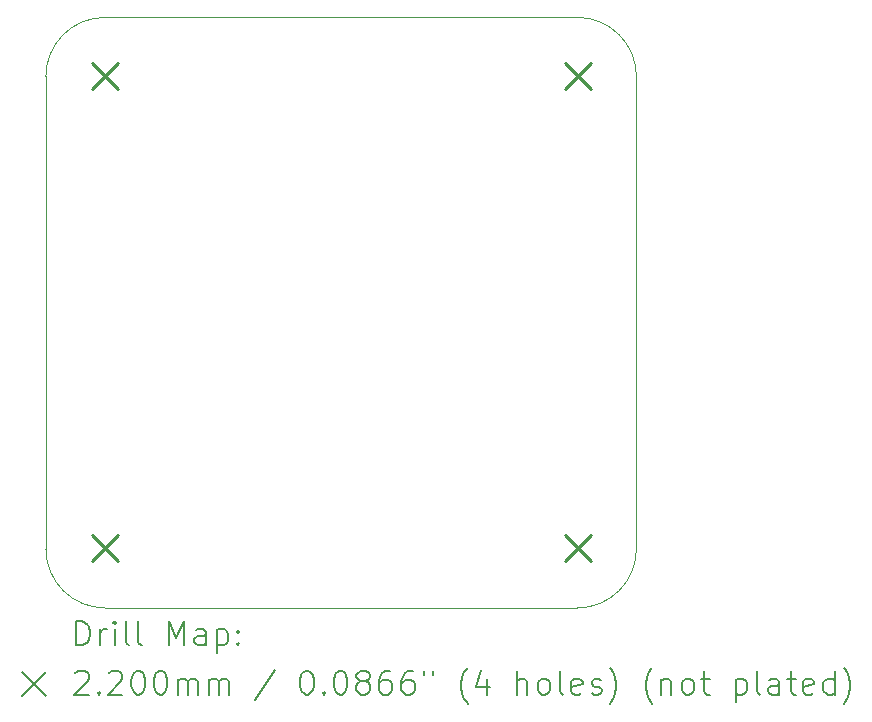
<source format=gbr>
%TF.GenerationSoftware,KiCad,Pcbnew,8.0.1*%
%TF.CreationDate,2025-02-17T15:23:19+05:00*%
%TF.ProjectId,Sensors,53656e73-6f72-4732-9e6b-696361645f70,rev?*%
%TF.SameCoordinates,Original*%
%TF.FileFunction,Drillmap*%
%TF.FilePolarity,Positive*%
%FSLAX45Y45*%
G04 Gerber Fmt 4.5, Leading zero omitted, Abs format (unit mm)*
G04 Created by KiCad (PCBNEW 8.0.1) date 2025-02-17 15:23:19*
%MOMM*%
%LPD*%
G01*
G04 APERTURE LIST*
%ADD10C,0.050000*%
%ADD11C,0.200000*%
%ADD12C,0.220000*%
G04 APERTURE END LIST*
D10*
X15310000Y-13222500D02*
G75*
G02*
X14810000Y-12722500I0J500000D01*
G01*
X19810000Y-8722500D02*
X19810000Y-12722500D01*
X14810000Y-8722500D02*
G75*
G02*
X15310000Y-8222500I500000J0D01*
G01*
X14810000Y-12722500D02*
X14810000Y-8722500D01*
X19810000Y-12722500D02*
G75*
G02*
X19310000Y-13222500I-500000J0D01*
G01*
X15310000Y-8222500D02*
X19310000Y-8222500D01*
X19310000Y-13222500D02*
X15310000Y-13222500D01*
X19310000Y-8222500D02*
G75*
G02*
X19810000Y-8722500I0J-500000D01*
G01*
D11*
D12*
X15200000Y-8612500D02*
X15420000Y-8832500D01*
X15420000Y-8612500D02*
X15200000Y-8832500D01*
X15202500Y-12605000D02*
X15422500Y-12825000D01*
X15422500Y-12605000D02*
X15202500Y-12825000D01*
X19202500Y-8605000D02*
X19422500Y-8825000D01*
X19422500Y-8605000D02*
X19202500Y-8825000D01*
X19202500Y-12605000D02*
X19422500Y-12825000D01*
X19422500Y-12605000D02*
X19202500Y-12825000D01*
D11*
X15068277Y-13536484D02*
X15068277Y-13336484D01*
X15068277Y-13336484D02*
X15115896Y-13336484D01*
X15115896Y-13336484D02*
X15144467Y-13346008D01*
X15144467Y-13346008D02*
X15163515Y-13365055D01*
X15163515Y-13365055D02*
X15173039Y-13384103D01*
X15173039Y-13384103D02*
X15182562Y-13422198D01*
X15182562Y-13422198D02*
X15182562Y-13450769D01*
X15182562Y-13450769D02*
X15173039Y-13488865D01*
X15173039Y-13488865D02*
X15163515Y-13507912D01*
X15163515Y-13507912D02*
X15144467Y-13526960D01*
X15144467Y-13526960D02*
X15115896Y-13536484D01*
X15115896Y-13536484D02*
X15068277Y-13536484D01*
X15268277Y-13536484D02*
X15268277Y-13403150D01*
X15268277Y-13441246D02*
X15277801Y-13422198D01*
X15277801Y-13422198D02*
X15287324Y-13412674D01*
X15287324Y-13412674D02*
X15306372Y-13403150D01*
X15306372Y-13403150D02*
X15325420Y-13403150D01*
X15392086Y-13536484D02*
X15392086Y-13403150D01*
X15392086Y-13336484D02*
X15382562Y-13346008D01*
X15382562Y-13346008D02*
X15392086Y-13355531D01*
X15392086Y-13355531D02*
X15401610Y-13346008D01*
X15401610Y-13346008D02*
X15392086Y-13336484D01*
X15392086Y-13336484D02*
X15392086Y-13355531D01*
X15515896Y-13536484D02*
X15496848Y-13526960D01*
X15496848Y-13526960D02*
X15487324Y-13507912D01*
X15487324Y-13507912D02*
X15487324Y-13336484D01*
X15620658Y-13536484D02*
X15601610Y-13526960D01*
X15601610Y-13526960D02*
X15592086Y-13507912D01*
X15592086Y-13507912D02*
X15592086Y-13336484D01*
X15849229Y-13536484D02*
X15849229Y-13336484D01*
X15849229Y-13336484D02*
X15915896Y-13479341D01*
X15915896Y-13479341D02*
X15982562Y-13336484D01*
X15982562Y-13336484D02*
X15982562Y-13536484D01*
X16163515Y-13536484D02*
X16163515Y-13431722D01*
X16163515Y-13431722D02*
X16153991Y-13412674D01*
X16153991Y-13412674D02*
X16134943Y-13403150D01*
X16134943Y-13403150D02*
X16096848Y-13403150D01*
X16096848Y-13403150D02*
X16077801Y-13412674D01*
X16163515Y-13526960D02*
X16144467Y-13536484D01*
X16144467Y-13536484D02*
X16096848Y-13536484D01*
X16096848Y-13536484D02*
X16077801Y-13526960D01*
X16077801Y-13526960D02*
X16068277Y-13507912D01*
X16068277Y-13507912D02*
X16068277Y-13488865D01*
X16068277Y-13488865D02*
X16077801Y-13469817D01*
X16077801Y-13469817D02*
X16096848Y-13460293D01*
X16096848Y-13460293D02*
X16144467Y-13460293D01*
X16144467Y-13460293D02*
X16163515Y-13450769D01*
X16258753Y-13403150D02*
X16258753Y-13603150D01*
X16258753Y-13412674D02*
X16277801Y-13403150D01*
X16277801Y-13403150D02*
X16315896Y-13403150D01*
X16315896Y-13403150D02*
X16334943Y-13412674D01*
X16334943Y-13412674D02*
X16344467Y-13422198D01*
X16344467Y-13422198D02*
X16353991Y-13441246D01*
X16353991Y-13441246D02*
X16353991Y-13498388D01*
X16353991Y-13498388D02*
X16344467Y-13517436D01*
X16344467Y-13517436D02*
X16334943Y-13526960D01*
X16334943Y-13526960D02*
X16315896Y-13536484D01*
X16315896Y-13536484D02*
X16277801Y-13536484D01*
X16277801Y-13536484D02*
X16258753Y-13526960D01*
X16439705Y-13517436D02*
X16449229Y-13526960D01*
X16449229Y-13526960D02*
X16439705Y-13536484D01*
X16439705Y-13536484D02*
X16430182Y-13526960D01*
X16430182Y-13526960D02*
X16439705Y-13517436D01*
X16439705Y-13517436D02*
X16439705Y-13536484D01*
X16439705Y-13412674D02*
X16449229Y-13422198D01*
X16449229Y-13422198D02*
X16439705Y-13431722D01*
X16439705Y-13431722D02*
X16430182Y-13422198D01*
X16430182Y-13422198D02*
X16439705Y-13412674D01*
X16439705Y-13412674D02*
X16439705Y-13431722D01*
X14607500Y-13765000D02*
X14807500Y-13965000D01*
X14807500Y-13765000D02*
X14607500Y-13965000D01*
X15058753Y-13775531D02*
X15068277Y-13766008D01*
X15068277Y-13766008D02*
X15087324Y-13756484D01*
X15087324Y-13756484D02*
X15134943Y-13756484D01*
X15134943Y-13756484D02*
X15153991Y-13766008D01*
X15153991Y-13766008D02*
X15163515Y-13775531D01*
X15163515Y-13775531D02*
X15173039Y-13794579D01*
X15173039Y-13794579D02*
X15173039Y-13813627D01*
X15173039Y-13813627D02*
X15163515Y-13842198D01*
X15163515Y-13842198D02*
X15049229Y-13956484D01*
X15049229Y-13956484D02*
X15173039Y-13956484D01*
X15258753Y-13937436D02*
X15268277Y-13946960D01*
X15268277Y-13946960D02*
X15258753Y-13956484D01*
X15258753Y-13956484D02*
X15249229Y-13946960D01*
X15249229Y-13946960D02*
X15258753Y-13937436D01*
X15258753Y-13937436D02*
X15258753Y-13956484D01*
X15344467Y-13775531D02*
X15353991Y-13766008D01*
X15353991Y-13766008D02*
X15373039Y-13756484D01*
X15373039Y-13756484D02*
X15420658Y-13756484D01*
X15420658Y-13756484D02*
X15439705Y-13766008D01*
X15439705Y-13766008D02*
X15449229Y-13775531D01*
X15449229Y-13775531D02*
X15458753Y-13794579D01*
X15458753Y-13794579D02*
X15458753Y-13813627D01*
X15458753Y-13813627D02*
X15449229Y-13842198D01*
X15449229Y-13842198D02*
X15334943Y-13956484D01*
X15334943Y-13956484D02*
X15458753Y-13956484D01*
X15582562Y-13756484D02*
X15601610Y-13756484D01*
X15601610Y-13756484D02*
X15620658Y-13766008D01*
X15620658Y-13766008D02*
X15630182Y-13775531D01*
X15630182Y-13775531D02*
X15639705Y-13794579D01*
X15639705Y-13794579D02*
X15649229Y-13832674D01*
X15649229Y-13832674D02*
X15649229Y-13880293D01*
X15649229Y-13880293D02*
X15639705Y-13918388D01*
X15639705Y-13918388D02*
X15630182Y-13937436D01*
X15630182Y-13937436D02*
X15620658Y-13946960D01*
X15620658Y-13946960D02*
X15601610Y-13956484D01*
X15601610Y-13956484D02*
X15582562Y-13956484D01*
X15582562Y-13956484D02*
X15563515Y-13946960D01*
X15563515Y-13946960D02*
X15553991Y-13937436D01*
X15553991Y-13937436D02*
X15544467Y-13918388D01*
X15544467Y-13918388D02*
X15534943Y-13880293D01*
X15534943Y-13880293D02*
X15534943Y-13832674D01*
X15534943Y-13832674D02*
X15544467Y-13794579D01*
X15544467Y-13794579D02*
X15553991Y-13775531D01*
X15553991Y-13775531D02*
X15563515Y-13766008D01*
X15563515Y-13766008D02*
X15582562Y-13756484D01*
X15773039Y-13756484D02*
X15792086Y-13756484D01*
X15792086Y-13756484D02*
X15811134Y-13766008D01*
X15811134Y-13766008D02*
X15820658Y-13775531D01*
X15820658Y-13775531D02*
X15830182Y-13794579D01*
X15830182Y-13794579D02*
X15839705Y-13832674D01*
X15839705Y-13832674D02*
X15839705Y-13880293D01*
X15839705Y-13880293D02*
X15830182Y-13918388D01*
X15830182Y-13918388D02*
X15820658Y-13937436D01*
X15820658Y-13937436D02*
X15811134Y-13946960D01*
X15811134Y-13946960D02*
X15792086Y-13956484D01*
X15792086Y-13956484D02*
X15773039Y-13956484D01*
X15773039Y-13956484D02*
X15753991Y-13946960D01*
X15753991Y-13946960D02*
X15744467Y-13937436D01*
X15744467Y-13937436D02*
X15734943Y-13918388D01*
X15734943Y-13918388D02*
X15725420Y-13880293D01*
X15725420Y-13880293D02*
X15725420Y-13832674D01*
X15725420Y-13832674D02*
X15734943Y-13794579D01*
X15734943Y-13794579D02*
X15744467Y-13775531D01*
X15744467Y-13775531D02*
X15753991Y-13766008D01*
X15753991Y-13766008D02*
X15773039Y-13756484D01*
X15925420Y-13956484D02*
X15925420Y-13823150D01*
X15925420Y-13842198D02*
X15934943Y-13832674D01*
X15934943Y-13832674D02*
X15953991Y-13823150D01*
X15953991Y-13823150D02*
X15982563Y-13823150D01*
X15982563Y-13823150D02*
X16001610Y-13832674D01*
X16001610Y-13832674D02*
X16011134Y-13851722D01*
X16011134Y-13851722D02*
X16011134Y-13956484D01*
X16011134Y-13851722D02*
X16020658Y-13832674D01*
X16020658Y-13832674D02*
X16039705Y-13823150D01*
X16039705Y-13823150D02*
X16068277Y-13823150D01*
X16068277Y-13823150D02*
X16087324Y-13832674D01*
X16087324Y-13832674D02*
X16096848Y-13851722D01*
X16096848Y-13851722D02*
X16096848Y-13956484D01*
X16192086Y-13956484D02*
X16192086Y-13823150D01*
X16192086Y-13842198D02*
X16201610Y-13832674D01*
X16201610Y-13832674D02*
X16220658Y-13823150D01*
X16220658Y-13823150D02*
X16249229Y-13823150D01*
X16249229Y-13823150D02*
X16268277Y-13832674D01*
X16268277Y-13832674D02*
X16277801Y-13851722D01*
X16277801Y-13851722D02*
X16277801Y-13956484D01*
X16277801Y-13851722D02*
X16287324Y-13832674D01*
X16287324Y-13832674D02*
X16306372Y-13823150D01*
X16306372Y-13823150D02*
X16334943Y-13823150D01*
X16334943Y-13823150D02*
X16353991Y-13832674D01*
X16353991Y-13832674D02*
X16363515Y-13851722D01*
X16363515Y-13851722D02*
X16363515Y-13956484D01*
X16753991Y-13746960D02*
X16582563Y-14004103D01*
X17011134Y-13756484D02*
X17030182Y-13756484D01*
X17030182Y-13756484D02*
X17049229Y-13766008D01*
X17049229Y-13766008D02*
X17058753Y-13775531D01*
X17058753Y-13775531D02*
X17068277Y-13794579D01*
X17068277Y-13794579D02*
X17077801Y-13832674D01*
X17077801Y-13832674D02*
X17077801Y-13880293D01*
X17077801Y-13880293D02*
X17068277Y-13918388D01*
X17068277Y-13918388D02*
X17058753Y-13937436D01*
X17058753Y-13937436D02*
X17049229Y-13946960D01*
X17049229Y-13946960D02*
X17030182Y-13956484D01*
X17030182Y-13956484D02*
X17011134Y-13956484D01*
X17011134Y-13956484D02*
X16992087Y-13946960D01*
X16992087Y-13946960D02*
X16982563Y-13937436D01*
X16982563Y-13937436D02*
X16973039Y-13918388D01*
X16973039Y-13918388D02*
X16963515Y-13880293D01*
X16963515Y-13880293D02*
X16963515Y-13832674D01*
X16963515Y-13832674D02*
X16973039Y-13794579D01*
X16973039Y-13794579D02*
X16982563Y-13775531D01*
X16982563Y-13775531D02*
X16992087Y-13766008D01*
X16992087Y-13766008D02*
X17011134Y-13756484D01*
X17163515Y-13937436D02*
X17173039Y-13946960D01*
X17173039Y-13946960D02*
X17163515Y-13956484D01*
X17163515Y-13956484D02*
X17153991Y-13946960D01*
X17153991Y-13946960D02*
X17163515Y-13937436D01*
X17163515Y-13937436D02*
X17163515Y-13956484D01*
X17296848Y-13756484D02*
X17315896Y-13756484D01*
X17315896Y-13756484D02*
X17334944Y-13766008D01*
X17334944Y-13766008D02*
X17344468Y-13775531D01*
X17344468Y-13775531D02*
X17353991Y-13794579D01*
X17353991Y-13794579D02*
X17363515Y-13832674D01*
X17363515Y-13832674D02*
X17363515Y-13880293D01*
X17363515Y-13880293D02*
X17353991Y-13918388D01*
X17353991Y-13918388D02*
X17344468Y-13937436D01*
X17344468Y-13937436D02*
X17334944Y-13946960D01*
X17334944Y-13946960D02*
X17315896Y-13956484D01*
X17315896Y-13956484D02*
X17296848Y-13956484D01*
X17296848Y-13956484D02*
X17277801Y-13946960D01*
X17277801Y-13946960D02*
X17268277Y-13937436D01*
X17268277Y-13937436D02*
X17258753Y-13918388D01*
X17258753Y-13918388D02*
X17249229Y-13880293D01*
X17249229Y-13880293D02*
X17249229Y-13832674D01*
X17249229Y-13832674D02*
X17258753Y-13794579D01*
X17258753Y-13794579D02*
X17268277Y-13775531D01*
X17268277Y-13775531D02*
X17277801Y-13766008D01*
X17277801Y-13766008D02*
X17296848Y-13756484D01*
X17477801Y-13842198D02*
X17458753Y-13832674D01*
X17458753Y-13832674D02*
X17449229Y-13823150D01*
X17449229Y-13823150D02*
X17439706Y-13804103D01*
X17439706Y-13804103D02*
X17439706Y-13794579D01*
X17439706Y-13794579D02*
X17449229Y-13775531D01*
X17449229Y-13775531D02*
X17458753Y-13766008D01*
X17458753Y-13766008D02*
X17477801Y-13756484D01*
X17477801Y-13756484D02*
X17515896Y-13756484D01*
X17515896Y-13756484D02*
X17534944Y-13766008D01*
X17534944Y-13766008D02*
X17544468Y-13775531D01*
X17544468Y-13775531D02*
X17553991Y-13794579D01*
X17553991Y-13794579D02*
X17553991Y-13804103D01*
X17553991Y-13804103D02*
X17544468Y-13823150D01*
X17544468Y-13823150D02*
X17534944Y-13832674D01*
X17534944Y-13832674D02*
X17515896Y-13842198D01*
X17515896Y-13842198D02*
X17477801Y-13842198D01*
X17477801Y-13842198D02*
X17458753Y-13851722D01*
X17458753Y-13851722D02*
X17449229Y-13861246D01*
X17449229Y-13861246D02*
X17439706Y-13880293D01*
X17439706Y-13880293D02*
X17439706Y-13918388D01*
X17439706Y-13918388D02*
X17449229Y-13937436D01*
X17449229Y-13937436D02*
X17458753Y-13946960D01*
X17458753Y-13946960D02*
X17477801Y-13956484D01*
X17477801Y-13956484D02*
X17515896Y-13956484D01*
X17515896Y-13956484D02*
X17534944Y-13946960D01*
X17534944Y-13946960D02*
X17544468Y-13937436D01*
X17544468Y-13937436D02*
X17553991Y-13918388D01*
X17553991Y-13918388D02*
X17553991Y-13880293D01*
X17553991Y-13880293D02*
X17544468Y-13861246D01*
X17544468Y-13861246D02*
X17534944Y-13851722D01*
X17534944Y-13851722D02*
X17515896Y-13842198D01*
X17725420Y-13756484D02*
X17687325Y-13756484D01*
X17687325Y-13756484D02*
X17668277Y-13766008D01*
X17668277Y-13766008D02*
X17658753Y-13775531D01*
X17658753Y-13775531D02*
X17639706Y-13804103D01*
X17639706Y-13804103D02*
X17630182Y-13842198D01*
X17630182Y-13842198D02*
X17630182Y-13918388D01*
X17630182Y-13918388D02*
X17639706Y-13937436D01*
X17639706Y-13937436D02*
X17649229Y-13946960D01*
X17649229Y-13946960D02*
X17668277Y-13956484D01*
X17668277Y-13956484D02*
X17706372Y-13956484D01*
X17706372Y-13956484D02*
X17725420Y-13946960D01*
X17725420Y-13946960D02*
X17734944Y-13937436D01*
X17734944Y-13937436D02*
X17744468Y-13918388D01*
X17744468Y-13918388D02*
X17744468Y-13870769D01*
X17744468Y-13870769D02*
X17734944Y-13851722D01*
X17734944Y-13851722D02*
X17725420Y-13842198D01*
X17725420Y-13842198D02*
X17706372Y-13832674D01*
X17706372Y-13832674D02*
X17668277Y-13832674D01*
X17668277Y-13832674D02*
X17649229Y-13842198D01*
X17649229Y-13842198D02*
X17639706Y-13851722D01*
X17639706Y-13851722D02*
X17630182Y-13870769D01*
X17915896Y-13756484D02*
X17877801Y-13756484D01*
X17877801Y-13756484D02*
X17858753Y-13766008D01*
X17858753Y-13766008D02*
X17849229Y-13775531D01*
X17849229Y-13775531D02*
X17830182Y-13804103D01*
X17830182Y-13804103D02*
X17820658Y-13842198D01*
X17820658Y-13842198D02*
X17820658Y-13918388D01*
X17820658Y-13918388D02*
X17830182Y-13937436D01*
X17830182Y-13937436D02*
X17839706Y-13946960D01*
X17839706Y-13946960D02*
X17858753Y-13956484D01*
X17858753Y-13956484D02*
X17896849Y-13956484D01*
X17896849Y-13956484D02*
X17915896Y-13946960D01*
X17915896Y-13946960D02*
X17925420Y-13937436D01*
X17925420Y-13937436D02*
X17934944Y-13918388D01*
X17934944Y-13918388D02*
X17934944Y-13870769D01*
X17934944Y-13870769D02*
X17925420Y-13851722D01*
X17925420Y-13851722D02*
X17915896Y-13842198D01*
X17915896Y-13842198D02*
X17896849Y-13832674D01*
X17896849Y-13832674D02*
X17858753Y-13832674D01*
X17858753Y-13832674D02*
X17839706Y-13842198D01*
X17839706Y-13842198D02*
X17830182Y-13851722D01*
X17830182Y-13851722D02*
X17820658Y-13870769D01*
X18011134Y-13756484D02*
X18011134Y-13794579D01*
X18087325Y-13756484D02*
X18087325Y-13794579D01*
X18382563Y-14032674D02*
X18373039Y-14023150D01*
X18373039Y-14023150D02*
X18353991Y-13994579D01*
X18353991Y-13994579D02*
X18344468Y-13975531D01*
X18344468Y-13975531D02*
X18334944Y-13946960D01*
X18334944Y-13946960D02*
X18325420Y-13899341D01*
X18325420Y-13899341D02*
X18325420Y-13861246D01*
X18325420Y-13861246D02*
X18334944Y-13813627D01*
X18334944Y-13813627D02*
X18344468Y-13785055D01*
X18344468Y-13785055D02*
X18353991Y-13766008D01*
X18353991Y-13766008D02*
X18373039Y-13737436D01*
X18373039Y-13737436D02*
X18382563Y-13727912D01*
X18544468Y-13823150D02*
X18544468Y-13956484D01*
X18496849Y-13746960D02*
X18449230Y-13889817D01*
X18449230Y-13889817D02*
X18573039Y-13889817D01*
X18801611Y-13956484D02*
X18801611Y-13756484D01*
X18887325Y-13956484D02*
X18887325Y-13851722D01*
X18887325Y-13851722D02*
X18877801Y-13832674D01*
X18877801Y-13832674D02*
X18858753Y-13823150D01*
X18858753Y-13823150D02*
X18830182Y-13823150D01*
X18830182Y-13823150D02*
X18811134Y-13832674D01*
X18811134Y-13832674D02*
X18801611Y-13842198D01*
X19011134Y-13956484D02*
X18992087Y-13946960D01*
X18992087Y-13946960D02*
X18982563Y-13937436D01*
X18982563Y-13937436D02*
X18973039Y-13918388D01*
X18973039Y-13918388D02*
X18973039Y-13861246D01*
X18973039Y-13861246D02*
X18982563Y-13842198D01*
X18982563Y-13842198D02*
X18992087Y-13832674D01*
X18992087Y-13832674D02*
X19011134Y-13823150D01*
X19011134Y-13823150D02*
X19039706Y-13823150D01*
X19039706Y-13823150D02*
X19058753Y-13832674D01*
X19058753Y-13832674D02*
X19068277Y-13842198D01*
X19068277Y-13842198D02*
X19077801Y-13861246D01*
X19077801Y-13861246D02*
X19077801Y-13918388D01*
X19077801Y-13918388D02*
X19068277Y-13937436D01*
X19068277Y-13937436D02*
X19058753Y-13946960D01*
X19058753Y-13946960D02*
X19039706Y-13956484D01*
X19039706Y-13956484D02*
X19011134Y-13956484D01*
X19192087Y-13956484D02*
X19173039Y-13946960D01*
X19173039Y-13946960D02*
X19163515Y-13927912D01*
X19163515Y-13927912D02*
X19163515Y-13756484D01*
X19344468Y-13946960D02*
X19325420Y-13956484D01*
X19325420Y-13956484D02*
X19287325Y-13956484D01*
X19287325Y-13956484D02*
X19268277Y-13946960D01*
X19268277Y-13946960D02*
X19258753Y-13927912D01*
X19258753Y-13927912D02*
X19258753Y-13851722D01*
X19258753Y-13851722D02*
X19268277Y-13832674D01*
X19268277Y-13832674D02*
X19287325Y-13823150D01*
X19287325Y-13823150D02*
X19325420Y-13823150D01*
X19325420Y-13823150D02*
X19344468Y-13832674D01*
X19344468Y-13832674D02*
X19353992Y-13851722D01*
X19353992Y-13851722D02*
X19353992Y-13870769D01*
X19353992Y-13870769D02*
X19258753Y-13889817D01*
X19430182Y-13946960D02*
X19449230Y-13956484D01*
X19449230Y-13956484D02*
X19487325Y-13956484D01*
X19487325Y-13956484D02*
X19506373Y-13946960D01*
X19506373Y-13946960D02*
X19515896Y-13927912D01*
X19515896Y-13927912D02*
X19515896Y-13918388D01*
X19515896Y-13918388D02*
X19506373Y-13899341D01*
X19506373Y-13899341D02*
X19487325Y-13889817D01*
X19487325Y-13889817D02*
X19458753Y-13889817D01*
X19458753Y-13889817D02*
X19439706Y-13880293D01*
X19439706Y-13880293D02*
X19430182Y-13861246D01*
X19430182Y-13861246D02*
X19430182Y-13851722D01*
X19430182Y-13851722D02*
X19439706Y-13832674D01*
X19439706Y-13832674D02*
X19458753Y-13823150D01*
X19458753Y-13823150D02*
X19487325Y-13823150D01*
X19487325Y-13823150D02*
X19506373Y-13832674D01*
X19582563Y-14032674D02*
X19592087Y-14023150D01*
X19592087Y-14023150D02*
X19611134Y-13994579D01*
X19611134Y-13994579D02*
X19620658Y-13975531D01*
X19620658Y-13975531D02*
X19630182Y-13946960D01*
X19630182Y-13946960D02*
X19639706Y-13899341D01*
X19639706Y-13899341D02*
X19639706Y-13861246D01*
X19639706Y-13861246D02*
X19630182Y-13813627D01*
X19630182Y-13813627D02*
X19620658Y-13785055D01*
X19620658Y-13785055D02*
X19611134Y-13766008D01*
X19611134Y-13766008D02*
X19592087Y-13737436D01*
X19592087Y-13737436D02*
X19582563Y-13727912D01*
X19944468Y-14032674D02*
X19934944Y-14023150D01*
X19934944Y-14023150D02*
X19915896Y-13994579D01*
X19915896Y-13994579D02*
X19906373Y-13975531D01*
X19906373Y-13975531D02*
X19896849Y-13946960D01*
X19896849Y-13946960D02*
X19887325Y-13899341D01*
X19887325Y-13899341D02*
X19887325Y-13861246D01*
X19887325Y-13861246D02*
X19896849Y-13813627D01*
X19896849Y-13813627D02*
X19906373Y-13785055D01*
X19906373Y-13785055D02*
X19915896Y-13766008D01*
X19915896Y-13766008D02*
X19934944Y-13737436D01*
X19934944Y-13737436D02*
X19944468Y-13727912D01*
X20020658Y-13823150D02*
X20020658Y-13956484D01*
X20020658Y-13842198D02*
X20030182Y-13832674D01*
X20030182Y-13832674D02*
X20049230Y-13823150D01*
X20049230Y-13823150D02*
X20077801Y-13823150D01*
X20077801Y-13823150D02*
X20096849Y-13832674D01*
X20096849Y-13832674D02*
X20106373Y-13851722D01*
X20106373Y-13851722D02*
X20106373Y-13956484D01*
X20230182Y-13956484D02*
X20211134Y-13946960D01*
X20211134Y-13946960D02*
X20201611Y-13937436D01*
X20201611Y-13937436D02*
X20192087Y-13918388D01*
X20192087Y-13918388D02*
X20192087Y-13861246D01*
X20192087Y-13861246D02*
X20201611Y-13842198D01*
X20201611Y-13842198D02*
X20211134Y-13832674D01*
X20211134Y-13832674D02*
X20230182Y-13823150D01*
X20230182Y-13823150D02*
X20258754Y-13823150D01*
X20258754Y-13823150D02*
X20277801Y-13832674D01*
X20277801Y-13832674D02*
X20287325Y-13842198D01*
X20287325Y-13842198D02*
X20296849Y-13861246D01*
X20296849Y-13861246D02*
X20296849Y-13918388D01*
X20296849Y-13918388D02*
X20287325Y-13937436D01*
X20287325Y-13937436D02*
X20277801Y-13946960D01*
X20277801Y-13946960D02*
X20258754Y-13956484D01*
X20258754Y-13956484D02*
X20230182Y-13956484D01*
X20353992Y-13823150D02*
X20430182Y-13823150D01*
X20382563Y-13756484D02*
X20382563Y-13927912D01*
X20382563Y-13927912D02*
X20392087Y-13946960D01*
X20392087Y-13946960D02*
X20411134Y-13956484D01*
X20411134Y-13956484D02*
X20430182Y-13956484D01*
X20649230Y-13823150D02*
X20649230Y-14023150D01*
X20649230Y-13832674D02*
X20668277Y-13823150D01*
X20668277Y-13823150D02*
X20706373Y-13823150D01*
X20706373Y-13823150D02*
X20725420Y-13832674D01*
X20725420Y-13832674D02*
X20734944Y-13842198D01*
X20734944Y-13842198D02*
X20744468Y-13861246D01*
X20744468Y-13861246D02*
X20744468Y-13918388D01*
X20744468Y-13918388D02*
X20734944Y-13937436D01*
X20734944Y-13937436D02*
X20725420Y-13946960D01*
X20725420Y-13946960D02*
X20706373Y-13956484D01*
X20706373Y-13956484D02*
X20668277Y-13956484D01*
X20668277Y-13956484D02*
X20649230Y-13946960D01*
X20858754Y-13956484D02*
X20839706Y-13946960D01*
X20839706Y-13946960D02*
X20830182Y-13927912D01*
X20830182Y-13927912D02*
X20830182Y-13756484D01*
X21020658Y-13956484D02*
X21020658Y-13851722D01*
X21020658Y-13851722D02*
X21011135Y-13832674D01*
X21011135Y-13832674D02*
X20992087Y-13823150D01*
X20992087Y-13823150D02*
X20953992Y-13823150D01*
X20953992Y-13823150D02*
X20934944Y-13832674D01*
X21020658Y-13946960D02*
X21001611Y-13956484D01*
X21001611Y-13956484D02*
X20953992Y-13956484D01*
X20953992Y-13956484D02*
X20934944Y-13946960D01*
X20934944Y-13946960D02*
X20925420Y-13927912D01*
X20925420Y-13927912D02*
X20925420Y-13908865D01*
X20925420Y-13908865D02*
X20934944Y-13889817D01*
X20934944Y-13889817D02*
X20953992Y-13880293D01*
X20953992Y-13880293D02*
X21001611Y-13880293D01*
X21001611Y-13880293D02*
X21020658Y-13870769D01*
X21087325Y-13823150D02*
X21163515Y-13823150D01*
X21115896Y-13756484D02*
X21115896Y-13927912D01*
X21115896Y-13927912D02*
X21125420Y-13946960D01*
X21125420Y-13946960D02*
X21144468Y-13956484D01*
X21144468Y-13956484D02*
X21163515Y-13956484D01*
X21306373Y-13946960D02*
X21287325Y-13956484D01*
X21287325Y-13956484D02*
X21249230Y-13956484D01*
X21249230Y-13956484D02*
X21230182Y-13946960D01*
X21230182Y-13946960D02*
X21220658Y-13927912D01*
X21220658Y-13927912D02*
X21220658Y-13851722D01*
X21220658Y-13851722D02*
X21230182Y-13832674D01*
X21230182Y-13832674D02*
X21249230Y-13823150D01*
X21249230Y-13823150D02*
X21287325Y-13823150D01*
X21287325Y-13823150D02*
X21306373Y-13832674D01*
X21306373Y-13832674D02*
X21315896Y-13851722D01*
X21315896Y-13851722D02*
X21315896Y-13870769D01*
X21315896Y-13870769D02*
X21220658Y-13889817D01*
X21487325Y-13956484D02*
X21487325Y-13756484D01*
X21487325Y-13946960D02*
X21468277Y-13956484D01*
X21468277Y-13956484D02*
X21430182Y-13956484D01*
X21430182Y-13956484D02*
X21411135Y-13946960D01*
X21411135Y-13946960D02*
X21401611Y-13937436D01*
X21401611Y-13937436D02*
X21392087Y-13918388D01*
X21392087Y-13918388D02*
X21392087Y-13861246D01*
X21392087Y-13861246D02*
X21401611Y-13842198D01*
X21401611Y-13842198D02*
X21411135Y-13832674D01*
X21411135Y-13832674D02*
X21430182Y-13823150D01*
X21430182Y-13823150D02*
X21468277Y-13823150D01*
X21468277Y-13823150D02*
X21487325Y-13832674D01*
X21563516Y-14032674D02*
X21573039Y-14023150D01*
X21573039Y-14023150D02*
X21592087Y-13994579D01*
X21592087Y-13994579D02*
X21601611Y-13975531D01*
X21601611Y-13975531D02*
X21611135Y-13946960D01*
X21611135Y-13946960D02*
X21620658Y-13899341D01*
X21620658Y-13899341D02*
X21620658Y-13861246D01*
X21620658Y-13861246D02*
X21611135Y-13813627D01*
X21611135Y-13813627D02*
X21601611Y-13785055D01*
X21601611Y-13785055D02*
X21592087Y-13766008D01*
X21592087Y-13766008D02*
X21573039Y-13737436D01*
X21573039Y-13737436D02*
X21563516Y-13727912D01*
M02*

</source>
